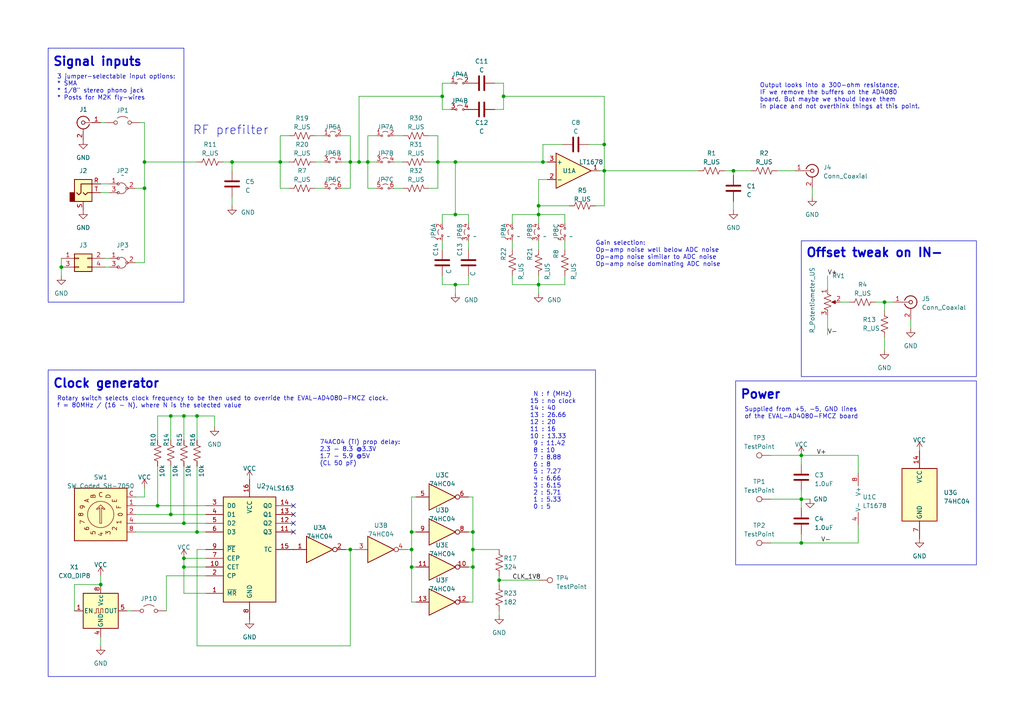
<source format=kicad_sch>
(kicad_sch (version 20231120) (generator "eeschema") (generator_version "8.0")
  (paper "A4")
  (lib_symbols
    (symbol "74xx:74HC04"
      (property "Reference" "U" (at 0 1.27 0))
      (property "Value" "74HC04" (at 0 -1.27 0))
      (symbol "74HC04_1_0"
        (pin input line (at -7.62 0 0) (length 3.81) (name "~") (number "1"))
        (pin output inverted (at 7.62 0 180) (length 3.81) (name "~") (number "2"))
      )
      (symbol "74HC04_2_0"
        (pin input line (at -7.62 0 0) (length 3.81) (name "~") (number "3"))
        (pin output inverted (at 7.62 0 180) (length 3.81) (name "~") (number "4"))
      )
      (symbol "74HC04_3_0"
        (pin input line (at -7.62 0 0) (length 3.81) (name "~") (number "5"))
        (pin output inverted (at 7.62 0 180) (length 3.81) (name "~") (number "6"))
      )
      (symbol "74HC04_4_0"
        (pin output inverted (at 7.62 0 180) (length 3.81) (name "~") (number "8"))
        (pin input line (at -7.62 0 0) (length 3.81) (name "~") (number "9"))
      )
      (symbol "74HC04_5_0"
        (pin output inverted (at 7.62 0 180) (length 3.81) (name "~") (number "10"))
        (pin input line (at -7.62 0 0) (length 3.81) (name "~") (number "11"))
      )
      (symbol "74HC04_6_0"
        (pin output inverted (at 7.62 0 180) (length 3.81) (name "~") (number "12"))
        (pin input line (at -7.62 0 0) (length 3.81) (name "~") (number "13"))
      )
      (symbol "74HC04_7_0"
        (pin power_in line (at 0 12.7 270) (length 5.08) (name "VCC") (number "14"))
        (pin power_in line (at 0 -12.7 90) (length 5.08) (name "GND") (number "7"))
      )
    )
    (symbol "74xx:74LS163" (pin_names (offset 1.016))
      (property "Reference" "U" (at -7.62 16.51 0))
      (property "Value" "74LS163" (at -7.62 -16.51 0))
      (symbol "74LS163_1_0"
        (pin input line (at -12.7 -12.7 0) (length 5.08) (name "~{MR}") (number "1"))
        (pin input line (at -12.7 -5.08 0) (length 5.08) (name "CET") (number "10"))
        (pin output line (at 12.7 5.08 180) (length 5.08) (name "Q3") (number "11"))
        (pin output line (at 12.7 7.62 180) (length 5.08) (name "Q2") (number "12"))
        (pin output line (at 12.7 10.16 180) (length 5.08) (name "Q1") (number "13"))
        (pin output line (at 12.7 12.7 180) (length 5.08) (name "Q0") (number "14"))
        (pin output line (at 12.7 0 180) (length 5.08) (name "TC") (number "15"))
        (pin power_in line (at 0 20.32 270) (length 5.08) (name "VCC") (number "16"))
        (pin input line (at -12.7 -7.62 0) (length 5.08) (name "CP") (number "2"))
        (pin input line (at -12.7 12.7 0) (length 5.08) (name "D0") (number "3"))
        (pin input line (at -12.7 10.16 0) (length 5.08) (name "D1") (number "4"))
        (pin input line (at -12.7 7.62 0) (length 5.08) (name "D2") (number "5"))
        (pin input line (at -12.7 5.08 0) (length 5.08) (name "D3") (number "6"))
        (pin input line (at -12.7 -2.54 0) (length 5.08) (name "CEP") (number "7"))
        (pin power_in line (at 0 -20.32 90) (length 5.08) (name "GND") (number "8"))
        (pin input line (at -12.7 0 0) (length 5.08) (name "~{PE}") (number "9"))
      )
    )
    (symbol "Amplifier_Operational:LM358" (pin_names (offset 0.127))
      (property "Reference" "U" (at 0 5.08 0))
      (property "Value" "LM358" (at 0 -5.08 0))
      (symbol "LM358_1_1"
        (pin output line (at 7.62 0 180) (length 2.54) (name "~") (number "1"))
        (pin input line (at -7.62 -2.54 0) (length 2.54) (name "-") (number "2"))
        (pin input line (at -7.62 2.54 0) (length 2.54) (name "+") (number "3"))
      )
      (symbol "LM358_2_1"
        (pin input line (at -7.62 2.54 0) (length 2.54) (name "+") (number "5"))
        (pin input line (at -7.62 -2.54 0) (length 2.54) (name "-") (number "6"))
        (pin output line (at 7.62 0 180) (length 2.54) (name "~") (number "7"))
      )
      (symbol "LM358_3_1"
        (pin power_in line (at -2.54 -7.62 90) (length 3.81) (name "V-") (number "4"))
        (pin power_in line (at -2.54 7.62 270) (length 3.81) (name "V+") (number "8"))
      )
    )
    (symbol "Connector:Conn_Coaxial" (pin_names (offset 1.016) hide)
      (property "Reference" "J" (at 0.254 3.048 0))
      (property "Value" "Conn_Coaxial" (at 2.921 0 90))
      (symbol "Conn_Coaxial_1_1"
        (pin passive line (at -5.08 0 0) (length 2.54) (name "In") (number "1"))
        (pin passive line (at 0 -5.08 90) (length 2.54) (name "Ext") (number "2"))
      )
    )
    (symbol "Connector:TestPoint" (pin_numbers hide) (pin_names (offset 0.762) hide)
      (property "Reference" "TP" (at 0 6.858 0))
      (property "Value" "TestPoint" (at 0 5.08 0))
      (symbol "TestPoint_1_1"
        (pin passive line (at 0 0 90) (length 2.54) (name "1") (number "1"))
      )
    )
    (symbol "Connector_Generic:Conn_02x02_Odd_Even" (pin_names (offset 1.016) hide)
      (property "Reference" "J" (at 1.27 2.54 0))
      (property "Value" "Conn_02x02_Odd_Even" (at 1.27 -5.08 0))
      (symbol "Conn_02x02_Odd_Even_1_1"
        (pin passive line (at -5.08 0 0) (length 3.81) (name "Pin_1") (number "1"))
        (pin passive line (at 7.62 0 180) (length 3.81) (name "Pin_2") (number "2"))
        (pin passive line (at -5.08 -2.54 0) (length 3.81) (name "Pin_3") (number "3"))
        (pin passive line (at 7.62 -2.54 180) (length 3.81) (name "Pin_4") (number "4"))
      )
    )
    (symbol "Device:C" (pin_numbers hide) (pin_names (offset 0.254))
      (property "Reference" "C" (at 0.635 2.54 0))
      (property "Value" "C" (at 0.635 -2.54 0))
      (symbol "C_1_1"
        (pin passive line (at 0 3.81 270) (length 2.794) (name "~") (number "1"))
        (pin passive line (at 0 -3.81 90) (length 2.794) (name "~") (number "2"))
      )
    )
    (symbol "Device:R_Potentiometer_US" (pin_names (offset 1.016) hide)
      (property "Reference" "RV" (at -4.445 0 90))
      (property "Value" "R_Potentiometer_US" (at -2.54 0 90))
      (symbol "R_Potentiometer_US_1_1"
        (pin passive line (at 0 3.81 270) (length 1.27) (name "1") (number "1"))
        (pin passive line (at 3.81 0 180) (length 1.27) (name "2") (number "2"))
        (pin passive line (at 0 -3.81 90) (length 1.27) (name "3") (number "3"))
      )
    )
    (symbol "Device:R_US" (pin_numbers hide) (pin_names (offset 0))
      (property "Reference" "R" (at 2.54 0 90))
      (property "Value" "R_US" (at -2.54 0 90))
      (symbol "R_US_1_1"
        (pin passive line (at 0 3.81 270) (length 1.27) (name "~") (number "1"))
        (pin passive line (at 0 -3.81 90) (length 1.27) (name "~") (number "2"))
      )
    )
    (symbol "FTC2024:Jumper3"
      (property "Reference" "JP" (at 0.254 5.08 0))
      (symbol "Jumper3_1_1"
        (pin input line (at -3.81 1.27 0) (length 2.54) (name "") (number "1"))
        (pin input line (at 3.81 0 180) (length 2.54) (name "") (number "2"))
        (pin input line (at -3.81 -1.27 0) (length 2.54) (name "") (number "3"))
      )
    )
    (symbol "FTC2024:JumperBlock_2x2"
      (property "Reference" "JP" (at 0 5.334 0))
      (symbol "JumperBlock_2x2_1_1"
        (pin passive line (at -2.54 0 0) (length 1.27) (name "") (number "1"))
        (pin passive line (at 2.54 0 180) (length 1.27) (name "") (number "2"))
      )
      (symbol "JumperBlock_2x2_2_1"
        (pin passive line (at -2.54 0 0) (length 1.27) (name "") (number "3"))
        (pin passive line (at 2.54 0 180) (length 1.27) (name "") (number "4"))
      )
    )
    (symbol "FTC2024:JumperBlock_3x2"
      (property "Reference" "JP" (at 0 5.334 0))
      (symbol "JumperBlock_3x2_1_1"
        (pin passive line (at -2.54 0 0) (length 1.27) (name "") (number "1"))
        (pin passive line (at 2.54 0 180) (length 1.27) (name "") (number "2"))
      )
      (symbol "JumperBlock_3x2_2_1"
        (pin passive line (at -2.54 0 0) (length 1.27) (name "") (number "3"))
        (pin passive line (at 2.54 0 180) (length 1.27) (name "") (number "4"))
      )
      (symbol "JumperBlock_3x2_3_1"
        (pin passive line (at -2.54 0 0) (length 1.27) (name "") (number "5"))
        (pin passive line (at 2.54 0 180) (length 1.27) (name "") (number "6"))
      )
    )
    (symbol "Jumper:Jumper_2_Open" (pin_numbers hide) (pin_names (offset 0) hide) (exclude_from_sim yes)
      (property "Reference" "JP" (at 0 2.794 0))
      (property "Value" "Jumper_2_Open" (at 0 -2.286 0))
      (symbol "Jumper_2_Open_1_1"
        (pin passive line (at -5.08 0 0) (length 2.54) (name "A") (number "1"))
        (pin passive line (at 5.08 0 180) (length 2.54) (name "B") (number "2"))
      )
    )
    (symbol "Oscillator:CXO_DIP8" (pin_names (offset 0.254))
      (property "Reference" "X" (at -5.08 6.35 0))
      (property "Value" "CXO_DIP8" (at 1.27 -6.35 0))
      (symbol "CXO_DIP8_1_1"
        (pin input line (at -7.62 0 0) (length 2.54) (name "EN") (number "1"))
        (pin power_in line (at 0 -7.62 90) (length 2.54) (name "GND") (number "4"))
        (pin output line (at 7.62 0 180) (length 2.54) (name "OUT") (number "5"))
        (pin power_in line (at 0 7.62 270) (length 2.54) (name "Vcc") (number "8"))
      )
    )
    (symbol "Switch:SW_Coded_SH-7050" (pin_names hide)
      (property "Reference" "SW" (at -7.62 8.89 0))
      (property "Value" "SW_Coded_SH-7050" (at -7.62 -8.89 0))
      (symbol "SW_Coded_SH-7050_0_0"
        (text "0" (at 5.715 0 2700) (effects (font (size 1.27 1.27))))
        (text "1" (at 5.2832 -2.1844 2475) (effects (font (size 1.27 1.27))))
        (text "2" (at 4.0386 -4.0386 2250) (effects (font (size 1.27 1.27))))
        (text "3" (at 2.1844 -5.2832 2025) (effects (font (size 1.27 1.27))))
        (text "4" (at 0 -5.715 1800) (effects (font (size 1.27 1.27))))
        (text "5" (at -2.1844 -5.2832 1575) (effects (font (size 1.27 1.27))))
        (text "6" (at -4.0386 -4.0386 1350) (effects (font (size 1.27 1.27))))
        (text "7" (at -5.2832 -2.1844 1125) (effects (font (size 1.27 1.27))))
        (text "8" (at -5.715 0 900) (effects (font (size 1.27 1.27))))
        (text "9" (at -5.2832 2.1844 675) (effects (font (size 1.27 1.27))))
        (text "A" (at -4.0386 4.0386 450) (effects (font (size 1.27 1.27))))
        (text "B" (at -2.1844 5.2832 225) (effects (font (size 1.27 1.27))))
        (text "C" (at 0 5.715 0) (effects (font (size 1.27 1.27))))
        (text "D" (at 2.1844 5.2832 3375) (effects (font (size 1.27 1.27))))
        (text "E" (at 4.0386 4.0386 3150) (effects (font (size 1.27 1.27))))
        (text "F" (at 5.2832 2.1844 2925) (effects (font (size 1.27 1.27))))
      )
      (symbol "SW_Coded_SH-7050_1_1"
        (pin passive line (at 10.16 2.54 180) (length 2.54) (name "1") (number "1"))
        (pin passive line (at 10.16 0 180) (length 2.54) (name "2") (number "2"))
        (pin passive line (at 10.16 -2.54 180) (length 2.54) (name "4") (number "4"))
        (pin passive line (at 10.16 -5.08 180) (length 2.54) (name "8") (number "8"))
        (pin passive line (at 10.16 5.08 180) (length 2.54) (name "C") (number "C"))
      )
    )
    (symbol "power:GND" (power) (pin_names (offset 0))
      (property "Value" "GND" (at 0 -3.81 0))
      (symbol "GND_1_1"
        (pin power_in line (at 0 0 270) (length 0) hide (name "GND") (number "1"))
      )
    )
    (symbol "power:VCC" (power) (pin_names (offset 0))
      (property "Value" "VCC" (at 0 3.81 0))
      (symbol "VCC_1_1"
        (pin power_in line (at 0 0 90) (length 0) hide (name "VCC") (number "1"))
      )
    )
    (symbol "thoren_custom:AudioJack2_Ground"
      (property "Reference" "J" (at 0 8.89 0))
      (property "Value" "AudioJack2_Ground" (at 0 6.35 0))
      (symbol "AudioJack2_Ground_1_1"
        (pin passive line (at 5.08 2.54 180) (length 2.54) (name "~") (number "R"))
        (pin passive line (at 0 -5.08 90) (length 2.54) (name "~") (number "S"))
        (pin passive line (at 5.08 0 180) (length 2.54) (name "~") (number "T"))
      )
    )
  )
  (junction (at 106.68 46.99))
  (junction (at 29.21 169.545))
  (junction (at 119.38 164.465))
  (junction (at 101.6 46.99))
  (junction (at 315.595 118.745))
  (junction (at 132.08 46.99))
  (junction (at 175.26 49.53))
  (junction (at 156.21 59.69))
  (junction (at 157.48 46.99))
  (junction (at 119.38 154.305))
  (junction (at 132.08 62.23))
  (junction (at 232.41 144.78))
  (junction (at 57.15 120.65))
  (junction (at 256.54 87.63))
  (junction (at 17.78 77.47))
  (junction (at 49.53 120.65))
  (junction (at 352.425 121.285))
  (junction (at 53.34 120.65))
  (junction (at 53.34 151.765))
  (junction (at 81.28 46.99))
  (junction (at 144.78 168.275))
  (junction (at 101.6 159.385))
  (junction (at 146.05 27.94))
  (junction (at 67.31 46.99))
  (junction (at 212.725 49.53))
  (junction (at 57.15 154.305))
  (junction (at 334.645 118.745))
  (junction (at 53.34 161.925))
  (junction (at 132.08 82.55))
  (junction (at 127 46.99))
  (junction (at 45.72 146.685))
  (junction (at 137.16 154.305))
  (junction (at 119.38 159.385))
  (junction (at 156.21 82.55))
  (junction (at 232.41 132.08))
  (junction (at 175.26 41.91))
  (junction (at 137.16 164.465))
  (junction (at 53.34 164.465))
  (junction (at 128.27 27.94))
  (junction (at 156.21 62.23))
  (junction (at 41.91 54.61))
  (junction (at 41.91 46.99))
  (junction (at 104.14 46.99))
  (junction (at 137.16 159.385))
  (junction (at 232.41 157.48))
  (junction (at 49.53 149.225))
  (no_connect (at 85.09 151.765))
  (no_connect (at 85.09 154.305))
  (no_connect (at 85.09 149.225))
  (no_connect (at 85.09 146.685))
  (wire (pts (xy 163.83 82.55) (xy 156.21 82.55)))
  (wire (pts (xy 128.27 31.75) (xy 130.81 31.75)))
  (wire (pts (xy 29.21 35.56) (xy 30.48 35.56)))
  (wire (pts (xy 101.6 46.99) (xy 104.14 46.99)))
  (wire (pts (xy 40.64 35.56) (xy 41.91 35.56)))
  (wire (pts (xy 36.83 177.165) (xy 38.1 177.165)))
  (wire (pts (xy 31.75 74.93) (xy 30.48 74.93)))
  (wire (pts (xy 352.425 114.3) (xy 352.425 121.285)))
  (wire (pts (xy 158.75 52.07) (xy 156.21 52.07)))
  (wire (pts (xy 232.41 157.48) (xy 223.52 157.48)))
  (wire (pts (xy 119.38 154.305) (xy 119.38 144.145)))
  (wire (pts (xy 175.26 49.53) (xy 202.565 49.53)))
  (wire (pts (xy 334.645 114.3) (xy 334.645 118.745)))
  (wire (pts (xy 114.3 46.99) (xy 116.84 46.99)))
  (wire (pts (xy 333.375 123.825) (xy 335.915 123.825)))
  (wire (pts (xy 163.83 64.77) (xy 163.83 62.23)))
  (wire (pts (xy 119.38 174.625) (xy 119.38 164.465)))
  (wire (pts (xy 146.05 27.94) (xy 175.26 27.94)))
  (wire (pts (xy 264.16 92.71) (xy 264.16 95.25)))
  (wire (pts (xy 315.595 118.745) (xy 315.595 122.555)))
  (wire (pts (xy 351.155 121.285) (xy 352.425 121.285)))
  (wire (pts (xy 59.69 154.305) (xy 57.15 154.305)))
  (wire (pts (xy 156.21 69.85) (xy 156.21 72.39)))
  (wire (pts (xy 41.91 141.605) (xy 41.91 144.145)))
  (wire (pts (xy 163.83 69.85) (xy 163.83 72.39)))
  (wire (pts (xy 248.92 152.4) (xy 248.92 157.48)))
  (wire (pts (xy 91.44 54.61) (xy 93.98 54.61)))
  (wire (pts (xy 128.27 82.55) (xy 132.08 82.55)))
  (wire (pts (xy 232.41 132.08) (xy 232.41 134.62)))
  (wire (pts (xy 21.59 177.165) (xy 21.59 169.545)))
  (wire (pts (xy 144.78 168.275) (xy 144.78 169.545)))
  (wire (pts (xy 156.21 59.69) (xy 165.1 59.69)))
  (wire (pts (xy 91.44 39.37) (xy 93.98 39.37)))
  (wire (pts (xy 234.95 144.78) (xy 232.41 144.78)))
  (wire (pts (xy 127 46.99) (xy 127 54.61)))
  (wire (pts (xy 45.72 135.255) (xy 45.72 146.685)))
  (wire (pts (xy 347.345 114.3) (xy 352.425 114.3)))
  (wire (pts (xy 135.89 64.77) (xy 135.89 62.23)))
  (wire (pts (xy 146.05 24.13) (xy 146.05 27.94)))
  (wire (pts (xy 369.57 133.985) (xy 369.57 139.065)))
  (wire (pts (xy 132.08 46.99) (xy 132.08 62.23)))
  (wire (pts (xy 45.72 146.685) (xy 59.69 146.685)))
  (wire (pts (xy 156.21 52.07) (xy 156.21 59.69)))
  (wire (pts (xy 256.54 97.79) (xy 256.54 101.6)))
  (wire (pts (xy 104.14 27.94) (xy 128.27 27.94)))
  (wire (pts (xy 83.82 39.37) (xy 81.28 39.37)))
  (wire (pts (xy 137.16 144.145) (xy 137.16 154.305)))
  (wire (pts (xy 41.91 144.145) (xy 39.37 144.145)))
  (wire (pts (xy 137.16 164.465) (xy 137.16 174.625)))
  (wire (pts (xy 232.41 154.94) (xy 232.41 157.48)))
  (wire (pts (xy 132.08 85.09) (xy 132.08 82.55)))
  (wire (pts (xy 81.28 46.99) (xy 81.28 54.61)))
  (wire (pts (xy 59.69 172.085) (xy 53.34 172.085)))
  (wire (pts (xy 148.59 80.01) (xy 148.59 82.55)))
  (wire (pts (xy 49.53 120.65) (xy 49.53 127.635)))
  (wire (pts (xy 62.23 120.65) (xy 57.15 120.65)))
  (wire (pts (xy 106.68 46.99) (xy 109.22 46.99)))
  (wire (pts (xy 256.54 87.63) (xy 254 87.63)))
  (wire (pts (xy 127 46.99) (xy 132.08 46.99)))
  (wire (pts (xy 175.26 49.53) (xy 175.26 59.69)))
  (wire (pts (xy 59.69 161.925) (xy 53.34 161.925)))
  (wire (pts (xy 364.49 121.285) (xy 369.57 121.285)))
  (wire (pts (xy 148.59 64.77) (xy 148.59 62.23)))
  (wire (pts (xy 101.6 54.61) (xy 101.6 46.99)))
  (wire (pts (xy 157.48 41.91) (xy 163.195 41.91)))
  (wire (pts (xy 144.78 167.005) (xy 144.78 168.275)))
  (wire (pts (xy 53.34 164.465) (xy 53.34 172.085)))
  (wire (pts (xy 67.31 46.99) (xy 67.31 49.53)))
  (wire (pts (xy 91.44 46.99) (xy 93.98 46.99)))
  (wire (pts (xy 101.6 159.385) (xy 102.87 159.385)))
  (wire (pts (xy 157.48 46.99) (xy 158.75 46.99)))
  (wire (pts (xy 120.65 174.625) (xy 119.38 174.625)))
  (wire (pts (xy 135.89 80.01) (xy 135.89 82.55)))
  (wire (pts (xy 148.59 82.55) (xy 156.21 82.55)))
  (wire (pts (xy 232.41 132.08) (xy 248.92 132.08)))
  (wire (pts (xy 106.68 54.61) (xy 109.22 54.61)))
  (wire (pts (xy 39.37 54.61) (xy 41.91 54.61)))
  (wire (pts (xy 119.38 154.305) (xy 120.65 154.305)))
  (wire (pts (xy 104.14 27.94) (xy 104.14 46.99)))
  (wire (pts (xy 57.15 135.255) (xy 57.15 154.305)))
  (wire (pts (xy 45.72 127.635) (xy 45.72 120.65)))
  (wire (pts (xy 48.26 167.005) (xy 59.69 167.005)))
  (wire (pts (xy 17.78 77.47) (xy 17.78 80.01)))
  (wire (pts (xy 144.78 177.165) (xy 144.78 178.435)))
  (wire (pts (xy 49.53 135.255) (xy 49.53 149.225)))
  (wire (pts (xy 334.645 114.3) (xy 339.725 114.3)))
  (wire (pts (xy 156.21 59.69) (xy 156.21 62.23)))
  (wire (pts (xy 128.27 24.13) (xy 128.27 27.94)))
  (wire (pts (xy 106.68 46.99) (xy 106.68 54.61)))
  (wire (pts (xy 137.16 159.385) (xy 137.16 164.465)))
  (wire (pts (xy 148.59 62.23) (xy 156.21 62.23)))
  (wire (pts (xy 130.81 24.13) (xy 128.27 24.13)))
  (wire (pts (xy 232.41 157.48) (xy 248.92 157.48)))
  (wire (pts (xy 175.26 41.91) (xy 175.26 27.94)))
  (wire (pts (xy 53.34 151.765) (xy 59.69 151.765)))
  (wire (pts (xy 146.05 27.94) (xy 146.05 31.75)))
  (wire (pts (xy 232.41 132.08) (xy 223.52 132.08)))
  (wire (pts (xy 31.75 55.88) (xy 29.21 55.88)))
  (wire (pts (xy 114.3 54.61) (xy 116.84 54.61)))
  (wire (pts (xy 128.27 82.55) (xy 128.27 80.01)))
  (wire (pts (xy 132.08 62.23) (xy 128.27 62.23)))
  (wire (pts (xy 135.89 154.305) (xy 137.16 154.305)))
  (wire (pts (xy 163.83 62.23) (xy 156.21 62.23)))
  (wire (pts (xy 143.51 24.13) (xy 146.05 24.13)))
  (wire (pts (xy 29.21 184.785) (xy 29.21 187.325)))
  (wire (pts (xy 132.08 46.99) (xy 157.48 46.99)))
  (wire (pts (xy 132.08 82.55) (xy 135.89 82.55)))
  (wire (pts (xy 313.055 118.745) (xy 315.595 118.745)))
  (wire (pts (xy 325.755 118.745) (xy 334.645 118.745)))
  (wire (pts (xy 324.485 123.825) (xy 324.485 125.095)))
  (wire (pts (xy 210.185 49.53) (xy 212.725 49.53)))
  (wire (pts (xy 67.31 59.69) (xy 67.31 57.15)))
  (wire (pts (xy 334.645 118.745) (xy 335.915 118.745)))
  (wire (pts (xy 49.53 149.225) (xy 59.69 149.225)))
  (wire (pts (xy 144.78 168.275) (xy 156.21 168.275)))
  (wire (pts (xy 41.91 54.61) (xy 41.91 76.2)))
  (wire (pts (xy 39.37 146.685) (xy 45.72 146.685)))
  (wire (pts (xy 212.725 58.42) (xy 212.725 60.96)))
  (wire (pts (xy 137.16 174.625) (xy 135.89 174.625)))
  (wire (pts (xy 235.585 54.61) (xy 235.585 57.15)))
  (wire (pts (xy 53.34 164.465) (xy 59.69 164.465)))
  (wire (pts (xy 99.06 39.37) (xy 101.6 39.37)))
  (wire (pts (xy 315.595 118.745) (xy 318.135 118.745)))
  (wire (pts (xy 39.37 149.225) (xy 49.53 149.225)))
  (wire (pts (xy 48.26 167.005) (xy 48.26 177.165)))
  (wire (pts (xy 135.89 144.145) (xy 137.16 144.145)))
  (wire (pts (xy 135.89 164.465) (xy 137.16 164.465)))
  (wire (pts (xy 104.14 46.99) (xy 106.68 46.99)))
  (wire (pts (xy 175.26 41.91) (xy 175.26 49.53)))
  (wire (pts (xy 259.08 87.63) (xy 256.54 87.63)))
  (wire (pts (xy 53.34 161.925) (xy 53.34 164.465)))
  (wire (pts (xy 127 46.99) (xy 124.46 46.99)))
  (wire (pts (xy 248.92 137.16) (xy 248.92 132.08)))
  (wire (pts (xy 232.41 142.24) (xy 232.41 144.78)))
  (wire (pts (xy 223.52 144.78) (xy 232.41 144.78)))
  (wire (pts (xy 45.72 120.65) (xy 49.53 120.65)))
  (wire (pts (xy 232.41 144.78) (xy 232.41 147.32)))
  (wire (pts (xy 81.28 46.99) (xy 83.82 46.99)))
  (wire (pts (xy 39.37 76.2) (xy 41.91 76.2)))
  (wire (pts (xy 53.34 120.65) (xy 53.34 127.635)))
  (wire (pts (xy 369.57 121.285) (xy 369.57 126.365)))
  (wire (pts (xy 304.165 118.745) (xy 305.435 118.745)))
  (wire (pts (xy 21.59 169.545) (xy 29.21 169.545)))
  (wire (pts (xy 120.65 164.465) (xy 119.38 164.465)))
  (wire (pts (xy 175.26 59.69) (xy 172.72 59.69)))
  (wire (pts (xy 53.34 120.65) (xy 57.15 120.65)))
  (wire (pts (xy 57.15 187.325) (xy 101.6 187.325)))
  (wire (pts (xy 173.99 49.53) (xy 175.26 49.53)))
  (wire (pts (xy 127 39.37) (xy 127 46.99)))
  (wire (pts (xy 39.37 151.765) (xy 53.34 151.765)))
  (wire (pts (xy 119.38 144.145) (xy 120.65 144.145)))
  (wire (pts (xy 163.83 80.01) (xy 163.83 82.55)))
  (wire (pts (xy 31.75 77.47) (xy 30.48 77.47)))
  (wire (pts (xy 81.28 39.37) (xy 81.28 46.99)))
  (wire (pts (xy 137.16 159.385) (xy 137.16 154.305)))
  (wire (pts (xy 101.6 39.37) (xy 101.6 46.99)))
  (wire (pts (xy 101.6 159.385) (xy 100.33 159.385)))
  (wire (pts (xy 352.425 121.285) (xy 356.87 121.285)))
  (wire (pts (xy 118.11 159.385) (xy 119.38 159.385)))
  (wire (pts (xy 240.03 91.44) (xy 240.03 97.155)))
  (wire (pts (xy 57.15 120.65) (xy 57.15 127.635)))
  (wire (pts (xy 67.31 46.99) (xy 81.28 46.99)))
  (wire (pts (xy 41.91 35.56) (xy 41.91 46.99)))
  (wire (pts (xy 156.21 85.09) (xy 156.21 82.55)))
  (wire (pts (xy 243.84 87.63) (xy 246.38 87.63)))
  (wire (pts (xy 41.91 46.99) (xy 57.15 46.99)))
  (wire (pts (xy 99.06 46.99) (xy 101.6 46.99)))
  (wire (pts (xy 39.37 154.305) (xy 57.15 154.305)))
  (wire (pts (xy 17.78 74.93) (xy 17.78 77.47)))
  (wire (pts (xy 49.53 120.65) (xy 53.34 120.65)))
  (wire (pts (xy 256.54 87.63) (xy 256.54 90.17)))
  (wire (pts (xy 62.23 120.65) (xy 62.23 123.825)))
  (wire (pts (xy 325.755 123.825) (xy 324.485 123.825)))
  (wire (pts (xy 128.27 27.94) (xy 128.27 31.75)))
  (wire (pts (xy 157.48 41.91) (xy 157.48 46.99)))
  (wire (pts (xy 119.38 164.465) (xy 119.38 159.385)))
  (wire (pts (xy 212.725 49.53) (xy 217.805 49.53)))
  (wire (pts (xy 119.38 159.385) (xy 119.38 154.305)))
  (wire (pts (xy 64.77 46.99) (xy 67.31 46.99)))
  (wire (pts (xy 156.21 62.23) (xy 156.21 64.77)))
  (wire (pts (xy 114.3 39.37) (xy 116.84 39.37)))
  (wire (pts (xy 83.82 54.61) (xy 81.28 54.61)))
  (wire (pts (xy 240.03 80.01) (xy 240.03 83.82)))
  (wire (pts (xy 212.725 49.53) (xy 212.725 50.8)))
  (wire (pts (xy 170.815 41.91) (xy 175.26 41.91)))
  (wire (pts (xy 124.46 39.37) (xy 127 39.37)))
  (wire (pts (xy 41.91 46.99) (xy 41.91 54.61)))
  (wire (pts (xy 137.16 159.385) (xy 144.78 159.385)))
  (wire (pts (xy 57.15 159.385) (xy 57.15 187.325)))
  (wire (pts (xy 99.06 54.61) (xy 101.6 54.61)))
  (wire (pts (xy 124.46 54.61) (xy 127 54.61)))
  (wire (pts (xy 146.05 31.75) (xy 143.51 31.75)))
  (wire (pts (xy 156.21 82.55) (xy 156.21 80.01)))
  (wire (pts (xy 59.69 159.385) (xy 57.15 159.385)))
  (wire (pts (xy 315.595 130.175) (xy 315.595 132.715)))
  (wire (pts (xy 29.21 167.005) (xy 29.21 169.545)))
  (wire (pts (xy 225.425 49.53) (xy 230.505 49.53)))
  (wire (pts (xy 128.27 62.23) (xy 128.27 64.77)))
  (wire (pts (xy 106.68 39.37) (xy 106.68 46.99)))
  (wire (pts (xy 106.68 39.37) (xy 109.22 39.37)))
  (wire (pts (xy 53.34 135.255) (xy 53.34 151.765)))
  (wire (pts (xy 135.89 69.85) (xy 135.89 72.39)))
  (wire (pts (xy 128.27 69.85) (xy 128.27 72.39)))
  (wire (pts (xy 148.59 69.85) (xy 148.59 72.39)))
  (wire (pts (xy 31.75 53.34) (xy 29.21 53.34)))
  (wire (pts (xy 132.08 62.23) (xy 135.89 62.23)))
  (wire (pts (xy 101.6 159.385) (xy 101.6 187.325)))
  (rectangle (start 213.36 110.49) (end 283.21 163.83))
  (rectangle (start 232.41 69.85) (end 283.21 109.22))
  (rectangle (start 13.97 13.97) (end 53.34 87.63))
  (rectangle (start 13.97 107.315) (end 172.72 196.215))
  (text "Clock generator" (at 15.24 109.855 0) (effects (font (size 2.54 2.54) (thickness 0.508) (bold yes)) (justify left top)))
  (text "RF prefilter" (at 55.88 39.37 0) (effects (font (size 2.54 2.54)) (justify left bottom)))
  (text "74AC04 (TI) prop delay:\n2.3 - 8.3 @3.3V\n1.7 - 5.9 @5V\n(CL 50 pF)" (at 92.71 135.255 0) (effects (font (size 1.27 1.27)) (justify left bottom)))
  (text "Supplied from +5, -5, GND lines\nof the EVAL-AD4080-FMCZ board" (at 215.9 118.11 0) (effects (font (size 1.27 1.27)) (justify left top)))
  (text " N : f (MHz)\n15 : no clock\n14 : 40\n13 : 26.66\n12 : 20\n11 : 16\n10 : 13.33\n 9 : 11.42\n 8 : 10\n 7 : 8.88\n 6 : 8\n 5 : 7.27\n 4 : 6.66\n 3 : 6.15\n 2 : 5.71\n 1 : 5.33\n 0 : 5" (at 153.67 113.665 0) (effects (font (size 1.27 1.27)) (justify left top)))
  (text "3 jumper-selectable input options:\n* SMA\n* 1/8\" stereo phono jack\n* Posts for M2K fly-wires" (at 16.51 21.59 0) (effects (font (size 1.27 1.27)) (justify left top)))
  (text "Output looks into a 300-ohm resistance,\nIF we remove the buffers on the AD4080\nboard. But maybe we should leave them\nin place and not overthink things at this point." (at 220.345 31.75 0) (effects (font (size 1.27 1.27)) (justify left bottom)))
  (text "Signal inputs" (at 15.24 16.51 0) (effects (font (size 2.54 2.54) (thickness 0.508) (bold yes)) (justify left top)))
  (text "Offset tweak on IN-" (at 233.68 74.93 0) (effects (font (size 2.54 2.54) (thickness 0.508) (bold yes)) (justify left bottom)))
  (text "Rotary switch selects clock frequency to be then used to override the EVAL-AD4080-FMCZ clock.\nf = 80MHz / (16 - N), where N is the selected value" (at 16.51 114.935 0) (effects (font (size 1.27 1.27)) (justify left top)))
  (text "Artifact from handy preamp board.\nWe might switch to a single op-amp." (at 321.31 108.585 0) (effects (font (size 1.27 1.27)) (justify left bottom)))
  (text "Gain selection:\nOp-amp noise well below ADC noise\nOp-amp noise similar to ADC noise\nOp-amp noise dominating ADC noise" (at 172.72 77.47 0) (effects (font (size 1.27 1.27)) (justify left bottom)))
  (text "Power" (at 214.63 113.03 0) (effects (font (size 2.54 2.54) (thickness 0.508) (bold yes)) (justify left top)))
  (label "V+" (at 240.03 80.01 0))
  (label "V+" (at 236.855 132.08 0))
  (label "CLK_1V8" (at 148.59 168.275 0))
  (label "V-" (at 240.03 97.155 0))
  (label "V-" (at 238.125 157.48 0))
  (symbol (lib_id "FTC2024:JumperBlock_3x2") (at 148.59 67.31 90) (unit 1)
    (property "Reference" "JP8" (at 146.05 64.77 0) (effects (justify right)))
    (property "Value" "~" (at 149.86 68.58 90) (effects (justify right)))
    (property "Footprint" "Connector_PinHeader_2.54mm:PinHeader_2x03_P2.54mm_Vertical" (effects (hide yes)))
  )
  (symbol (lib_id "Device:R_US") (at 321.945 118.745 90) (unit 1) (exclude_from_sim yes) (in_bom no) (on_board no) (dnp yes)
    (property "Reference" "R9" (at 321.945 113.665 90))
    (property "Value" "R_US" (at 321.945 116.205 90))
    (property "Footprint" "Resistor_THT:R_Axial_DIN0207_L6.3mm_D2.5mm_P10.16mm_Horizontal" (effects (hide yes)))
  )
  (symbol (lib_id "Device:R_US") (at 57.15 131.445 180) (unit 1)
    (property "Reference" "R16" (at 55.88 129.54 90) (effects (justify right)))
    (property "Value" "10k" (at 58.42 138.43 90) (effects (justify right)))
    (property "Footprint" "Resistor_THT:R_Axial_DIN0207_L6.3mm_D2.5mm_P10.16mm_Horizontal" (effects (hide yes)))
  )
  (symbol (lib_id "Device:R_US") (at 120.65 46.99 270) (mirror x) (unit 1)
    (property "Reference" "R31" (at 120.65 41.91 90))
    (property "Value" "R_US" (at 120.65 44.45 90))
    (property "Footprint" "Resistor_THT:R_Axial_DIN0207_L6.3mm_D2.5mm_P10.16mm_Horizontal" (effects (hide yes)))
  )
  (symbol (lib_id "Device:R_US") (at 49.53 131.445 180) (unit 1)
    (property "Reference" "R14" (at 48.26 129.54 90) (effects (justify right)))
    (property "Value" "10k" (at 50.8 138.43 90) (effects (justify right)))
    (property "Footprint" "Resistor_THT:R_Axial_DIN0207_L6.3mm_D2.5mm_P10.16mm_Horizontal" (effects (hide yes)))
  )
  (symbol (lib_id "Device:C") (at 212.725 54.61 0) (unit 1)
    (property "Reference" "C1" (at 216.535 53.975 0) (effects (justify left)))
    (property "Value" "C" (at 216.535 56.515 0) (effects (justify left)))
    (property "Footprint" "Capacitor_THT:C_Rect_L7.2mm_W2.5mm_P5.00mm_FKS2_FKP2_MKS2_MKP2" (effects (hide yes)))
  )
  (symbol (lib_id "Device:R_US") (at 144.78 163.195 180) (unit 1)
    (property "Reference" "R17" (at 146.05 161.925 0) (effects (justify right)))
    (property "Value" "324" (at 146.05 164.465 0) (effects (justify right)))
    (property "Footprint" "Resistor_THT:R_Axial_DIN0207_L6.3mm_D2.5mm_P10.16mm_Horizontal" (effects (hide yes)))
  )
  (symbol (lib_id "Device:C") (at 232.41 151.13 0) (unit 1)
    (property "Reference" "C4" (at 236.22 150.495 0) (effects (justify left)))
    (property "Value" "1.0uF" (at 236.22 153.035 0) (effects (justify left)))
    (property "Footprint" "Capacitor_THT:C_Rect_L7.2mm_W2.5mm_P5.00mm_FKS2_FKP2_MKS2_MKP2" (effects (hide yes)))
  )
  (symbol (lib_id "Connector:Conn_Coaxial") (at 235.585 49.53 0) (unit 1)
    (property "Reference" "J4" (at 238.76 48.5531 0) (effects (justify left)))
    (property "Value" "Conn_Coaxial" (at 238.76 51.0931 0) (effects (justify left)))
    (property "Footprint" "Connector_Coaxial:SMA_Amphenol_132289_EdgeMount" (effects (hide yes)))
    (property "Datasheet" " ~" (effects (hide yes)))
  )
  (symbol (lib_id "Device:R_US") (at 87.63 54.61 90) (unit 1)
    (property "Reference" "R7" (at 87.63 49.53 90))
    (property "Value" "R_US" (at 87.63 52.07 90))
    (property "Footprint" "Resistor_THT:R_Axial_DIN0207_L6.3mm_D2.5mm_P10.16mm_Horizontal" (effects (hide yes)))
  )
  (symbol (lib_id "Connector:TestPoint") (at 223.52 157.48 90) (unit 1)
    (property "Reference" "TP2" (at 220.218 152.4 90))
    (property "Value" "TestPoint" (at 220.218 154.94 90))
    (property "Footprint" "TestPoint:TestPoint_Plated_Hole_D3.0mm" (effects (hide yes)))
  )
  (symbol (lib_id "FTC2024:JumperBlock_3x2") (at 111.76 46.99 0) (unit 2)
    (property "Reference" "JP7" (at 111.76 44.45 0))
    (property "Value" "~" (at 111.76 44.45 0))
    (property "Footprint" "Connector_PinHeader_2.54mm:PinHeader_2x03_P2.54mm_Vertical" (effects (hide yes)))
  )
  (symbol (lib_id "74xx:74HC04") (at 92.71 159.385 0) (unit 1)
    (property "Reference" "U3" (at 92.71 153.035 0))
    (property "Value" "74HC04" (at 92.71 155.575 0))
    (property "Footprint" "Package_DIP:DIP-14_W7.62mm_LongPads" (effects (hide yes)))
    (property "Datasheet" "https://assets.nexperia.com/documents/data-sheet/74HC_HCT04.pdf" (effects (hide yes)))
  )
  (symbol (lib_id "Switch:SW_Coded_SH-7050") (at 29.21 149.225 0) (unit 1)
    (property "Reference" "SW1" (at 29.21 138.43 0))
    (property "Value" "SW_Coded_SH-7050" (at 29.21 140.97 0))
    (property "Footprint" "FTC2024:FD01KR16P" (effects (hide yes)))
    (property "Datasheet" "https://www.nidec-copal-electronics.com/e/catalog/switch/sh-7000.pdf" (effects (hide yes)))
  )
  (symbol (lib_id "power:GND") (at 256.54 101.6 0) (unit 1)
    (property "Reference" "#PWR016" (effects (hide yes)))
    (property "Value" "GND" (at 256.54 106.68 0))
  )
  (symbol (lib_id "Device:R_US") (at 45.72 131.445 180) (unit 1)
    (property "Reference" "R10" (at 44.45 129.54 90) (effects (justify right)))
    (property "Value" "10k" (at 46.99 138.43 90) (effects (justify right)))
    (property "Footprint" "Resistor_THT:R_Axial_DIN0207_L6.3mm_D2.5mm_P10.16mm_Horizontal" (effects (hide yes)))
  )
  (symbol (lib_id "74xx:74LS163") (at 72.39 159.385 0) (unit 1)
    (property "Reference" "U2" (at 74.3459 140.97 0) (effects (justify left)))
    (property "Value" "74LS163" (at 76.835 141.605 0) (effects (justify left)))
    (property "Footprint" "Package_DIP:DIP-16_W7.62mm_LongPads" (effects (hide yes)))
    (property "Datasheet" "http://www.ti.com/lit/gpn/sn74LS163" (effects (hide yes)))
  )
  (symbol (lib_id "power:GND") (at 67.31 59.69 0) (unit 1)
    (property "Reference" "#PWR011" (effects (hide yes)))
    (property "Value" "GND" (at 69.85 61.595 0) (effects (justify left)))
  )
  (symbol (lib_id "power:GND") (at 29.21 187.325 0) (unit 1)
    (property "Reference" "#PWR018" (effects (hide yes)))
    (property "Value" "GND" (at 29.21 192.405 0))
  )
  (symbol (lib_id "Jumper:Jumper_2_Open") (at 35.56 35.56 0) (unit 1) (exclude_from_sim yes)
    (property "Reference" "JP1" (at 35.56 32.004 0))
    (property "Value" "Jumper_2_Open" (effects (hide yes)))
    (property "Footprint" "Connector_PinHeader_2.54mm:PinHeader_1x02_P2.54mm_Vertical" (effects (hide yes)))
    (property "Description" "Jumper, 2-pole, open" (effects (hide yes)))
  )
  (symbol (lib_id "Device:R_US") (at 120.65 39.37 270) (mirror x) (unit 1)
    (property "Reference" "R30" (at 120.65 34.29 90))
    (property "Value" "R_US" (at 120.65 36.83 90))
    (property "Footprint" "Resistor_THT:R_Axial_DIN0207_L6.3mm_D2.5mm_P10.16mm_Horizontal" (effects (hide yes)))
  )
  (symbol (lib_id "74xx:74HC04") (at 128.27 174.625 0) (unit 6)
    (property "Reference" "U3" (at 128.27 168.275 0))
    (property "Value" "74HC04" (at 128.27 170.815 0))
    (property "Footprint" "Package_DIP:DIP-14_W7.62mm_LongPads" (effects (hide yes)))
    (property "Datasheet" "https://assets.nexperia.com/documents/data-sheet/74HC_HCT04.pdf" (effects (hide yes)))
  )
  (symbol (lib_id "power:VCC") (at 266.7 130.81 0) (unit 1)
    (property "Reference" "#PWR019" (effects (hide yes)))
    (property "Value" "VCC" (at 266.7 127.635 0))
  )
  (symbol (lib_id "Device:R_US") (at 309.245 118.745 90) (unit 1) (exclude_from_sim yes) (in_bom no) (on_board no) (dnp yes)
    (property "Reference" "R12" (at 309.245 113.665 90))
    (property "Value" "R_US" (at 309.245 116.205 90))
    (property "Footprint" "Resistor_THT:R_Axial_DIN0207_L6.3mm_D2.5mm_P10.16mm_Horizontal" (effects (hide yes)))
  )
  (symbol (lib_id "Device:R_US") (at 53.34 131.445 180) (unit 1)
    (property "Reference" "R15" (at 52.07 129.54 90) (effects (justify right)))
    (property "Value" "10k" (at 54.61 138.43 90) (effects (justify right)))
    (property "Footprint" "Resistor_THT:R_Axial_DIN0207_L6.3mm_D2.5mm_P10.16mm_Horizontal" (effects (hide yes)))
  )
  (symbol (lib_id "Amplifier_Operational:LM358") (at 343.535 121.285 0) (mirror x) (unit 2) (exclude_from_sim yes) (in_bom no) (dnp yes)
    (property "Reference" "U1" (at 342.265 121.285 0))
    (property "Value" "LT1678" (at 346.075 125.095 0))
    (property "Footprint" "Package_DIP:DIP-8_W7.62mm_LongPads" (effects (hide yes)))
    (property "Datasheet" "http://www.ti.com/lit/ds/symlink/lm2904-n.pdf" (effects (hide yes)))
  )
  (symbol (lib_id "Device:C") (at 343.535 114.3 90) (unit 1) (exclude_from_sim yes) (in_bom no) (on_board no) (dnp yes)
    (property "Reference" "C7" (at 340.36 112.395 90))
    (property "Value" "C" (at 346.71 113.03 90))
    (property "Footprint" "Capacitor_THT:C_Rect_L7.2mm_W2.5mm_P5.00mm_FKS2_FKP2_MKS2_MKP2" (effects (hide yes)))
  )
  (symbol (lib_id "Device:R_US") (at 360.68 121.285 90) (unit 1) (exclude_from_sim yes) (in_bom no) (on_board no) (dnp yes)
    (property "Reference" "R3" (at 360.68 116.205 90))
    (property "Value" "R_US" (at 360.68 118.745 90))
    (property "Footprint" "Resistor_THT:R_Axial_DIN0207_L6.3mm_D2.5mm_P10.16mm_Horizontal" (effects (hide yes)))
  )
  (symbol (lib_id "power:GND") (at 234.95 144.78 0) (unit 1)
    (property "Reference" "#PWR08" (effects (hide yes)))
    (property "Value" "GND" (at 240.03 144.78 0) (effects (justify right)))
  )
  (symbol (lib_id "Device:R_US") (at 163.83 76.2 0) (mirror x) (unit 1)
    (property "Reference" "R8" (at 161.29 73.66 90))
    (property "Value" "R_US" (at 166.37 78.74 90))
    (property "Footprint" "Resistor_THT:R_Axial_DIN0207_L6.3mm_D2.5mm_P10.16mm_Horizontal" (effects (hide yes)))
  )
  (symbol (lib_id "Device:R_Potentiometer_US") (at 240.03 87.63 0) (unit 1)
    (property "Reference" "RV1" (at 245.11 80.01 0) (effects (justify right)))
    (property "Value" "R_Potentiometer_US" (at 235.585 77.47 90) (effects (justify right)))
    (property "Footprint" "Potentiometer_THT:Potentiometer_Bourns_3386F_Vertical" (effects (hide yes)))
  )
  (symbol (lib_id "Device:C") (at 167.005 41.91 90) (unit 1)
    (property "Reference" "C8" (at 167.005 35.56 90))
    (property "Value" "C" (at 167.005 38.1 90))
    (property "Footprint" "Capacitor_THT:C_Rect_L7.2mm_W2.5mm_P5.00mm_FKS2_FKP2_MKS2_MKP2" (effects (hide yes)))
  )
  (symbol (lib_id "Device:R_US") (at 144.78 173.355 180) (unit 1)
    (property "Reference" "R23" (at 146.05 172.085 0) (effects (justify right)))
    (property "Value" "182" (at 146.05 174.625 0) (effects (justify right)))
    (property "Footprint" "Resistor_THT:R_Axial_DIN0207_L6.3mm_D2.5mm_P10.16mm_Horizontal" (effects (hide yes)))
  )
  (symbol (lib_id "power:VCC") (at 232.41 132.08 0) (unit 1)
    (property "Reference" "#PWR025" (effects (hide yes)))
    (property "Value" "VCC" (at 232.41 128.905 0))
  )
  (symbol (lib_id "power:GND") (at 144.78 178.435 0) (unit 1)
    (property "Reference" "#PWR022" (effects (hide yes)))
    (property "Value" "GND" (at 144.78 183.515 0))
  )
  (symbol (lib_id "power:GND") (at 369.57 139.065 0) (unit 1) (exclude_from_sim yes) (in_bom no) (on_board no) (dnp yes)
    (property "Reference" "#PWR03" (effects (hide yes)))
    (property "Value" "GND" (at 369.57 144.145 0))
  )
  (symbol (lib_id "power:GND") (at 24.13 60.96 0) (unit 1)
    (property "Reference" "#PWR07" (effects (hide yes)))
    (property "Value" "GND" (at 24.13 66.04 0))
  )
  (symbol (lib_id "Device:R_US") (at 148.59 76.2 0) (mirror x) (unit 1)
    (property "Reference" "R22" (at 146.05 73.66 90))
    (property "Value" "R_US" (at 151.13 78.74 90))
    (property "Footprint" "Resistor_THT:R_Axial_DIN0207_L6.3mm_D2.5mm_P10.16mm_Horizontal" (effects (hide yes)))
  )
  (symbol (lib_id "Device:R_US") (at 329.565 123.825 90) (unit 1) (exclude_from_sim yes) (in_bom no) (on_board no) (dnp yes)
    (property "Reference" "R6" (at 329.565 118.745 90))
    (property "Value" "R_US" (at 329.565 121.285 90))
    (property "Footprint" "Resistor_THT:R_Axial_DIN0207_L6.3mm_D2.5mm_P10.16mm_Horizontal" (effects (hide yes)))
  )
  (symbol (lib_id "Device:C") (at 232.41 138.43 0) (unit 1)
    (property "Reference" "C3" (at 236.22 137.795 0) (effects (justify left)))
    (property "Value" "1.0uF" (at 236.22 140.335 0) (effects (justify left)))
    (property "Footprint" "Capacitor_THT:C_Rect_L7.2mm_W2.5mm_P5.00mm_FKS2_FKP2_MKS2_MKP2" (effects (hide yes)))
  )
  (symbol (lib_id "Device:R_US") (at 60.96 46.99 90) (unit 1)
    (property "Reference" "R11" (at 60.96 41.91 90))
    (property "Value" "R_US" (at 60.96 44.45 90))
    (property "Footprint" "Resistor_THT:R_Axial_DIN0207_L6.3mm_D2.5mm_P10.16mm_Horizontal" (effects (hide yes)))
  )
  (symbol (lib_id "Device:C") (at 128.27 76.2 180) (unit 1)
    (property "Reference" "C14" (at 126.365 72.39 90))
    (property "Value" "C" (at 130.175 78.74 90))
    (property "Footprint" "Capacitor_THT:C_Rect_L7.2mm_W2.5mm_P5.00mm_FKS2_FKP2_MKS2_MKP2" (effects (hide yes)))
  )
  (symbol (lib_id "FTC2024:JumperBlock_2x2") (at 128.27 67.31 90) (unit 1)
    (property "Reference" "JP6" (at 125.73 64.77 0) (effects (justify right)))
    (property "Value" "~" (at 129.54 68.58 90) (effects (justify right)))
    (property "Footprint" "Connector_PinHeader_2.54mm:PinHeader_2x02_P2.54mm_Vertical" (effects (hide yes)))
  )
  (symbol (lib_id "FTC2024:JumperBlock_3x2") (at 96.52 54.61 0) (unit 3)
    (property "Reference" "JP5" (at 96.52 52.07 0))
    (property "Value" "~" (at 96.52 52.07 0))
    (property "Footprint" "Connector_PinHeader_2.54mm:PinHeader_2x03_P2.54mm_Vertical" (effects (hide yes)))
  )
  (symbol (lib_id "Device:C") (at 369.57 130.175 0) (unit 1) (exclude_from_sim yes) (in_bom no) (on_board no) (dnp yes)
    (property "Reference" "C2" (at 373.38 129.54 0) (effects (justify left)))
    (property "Value" "C" (at 373.38 132.08 0) (effects (justify left)))
    (property "Footprint" "Capacitor_THT:C_Rect_L7.2mm_W2.5mm_P5.00mm_FKS2_FKP2_MKS2_MKP2" (effects (hide yes)))
  )
  (symbol (lib_id "74xx:74HC04") (at 110.49 159.385 0) (unit 2)
    (property "Reference" "U3" (at 110.49 152.4 0))
    (property "Value" "74HC04" (at 110.49 154.94 0))
    (property "Footprint" "Package_DIP:DIP-14_W7.62mm_LongPads" (effects (hide yes)))
    (property "Datasheet" "https://assets.nexperia.com/documents/data-sheet/74HC_HCT04.pdf" (effects (hide yes)))
  )
  (symbol (lib_id "Amplifier_Operational:LM358") (at 251.46 144.78 0) (unit 3)
    (property "Reference" "U1" (at 250.19 144.145 0) (effects (justify left)))
    (property "Value" "LT1678" (at 250.19 146.685 0) (effects (justify left)))
    (property "Footprint" "Package_DIP:DIP-8_W7.62mm_LongPads" (effects (hide yes)))
    (property "Datasheet" "http://www.ti.com/lit/ds/symlink/lm2904-n.pdf" (effects (hide yes)))
  )
  (symbol (lib_id "power:VCC") (at 53.34 161.925 0) (unit 1)
    (property "Reference" "#PWR02" (effects (hide yes)))
    (property "Value" "VCC" (at 53.34 158.75 0))
  )
  (symbol (lib_id "Connector:Conn_Coaxial") (at 264.16 87.63 0) (unit 1)
    (property "Reference" "J5" (at 267.335 86.6531 0) (effects (justify left)))
    (property "Value" "Conn_Coaxial" (at 267.335 89.1931 0) (effects (justify left)))
    (property "Footprint" "Connector_Coaxial:SMA_Amphenol_132289_EdgeMount" (effects (hide yes)))
    (property "Datasheet" " ~" (effects (hide yes)))
  )
  (symbol (lib_id "power:VCC") (at 41.91 141.605 0) (unit 1)
    (property "Reference" "#PWR01" (effects (hide yes)))
    (property "Value" "VCC" (at 41.91 138.43 0))
  )
  (symbol (lib_id "Device:C") (at 315.595 126.365 0) (unit 1) (exclude_from_sim yes) (in_bom no) (on_board no) (dnp yes)
    (property "Reference" "C6" (at 319.405 125.73 0) (effects (justify left)))
    (property "Value" "C" (at 319.405 128.27 0) (effects (justify left)))
    (property "Footprint" "Capacitor_THT:C_Rect_L7.2mm_W2.5mm_P5.00mm_FKS2_FKP2_MKS2_MKP2" (effects (hide yes)))
  )
  (symbol (lib_id "power:GND") (at 212.725 60.96 0) (unit 1)
    (property "Reference" "#PWR04" (effects (hide yes)))
    (property "Value" "GND" (at 212.725 66.04 0))
  )
  (symbol (lib_id "Device:R_US") (at 156.21 76.2 0) (mirror x) (unit 1)
    (property "Reference" "R21" (at 153.67 73.66 90))
    (property "Value" "R_US" (at 158.75 78.74 90))
    (property "Footprint" "Resistor_THT:R_Axial_DIN0207_L6.3mm_D2.5mm_P10.16mm_Horizontal" (effects (hide yes)))
  )
  (symbol (lib_id "Connector:Conn_Coaxial") (at 24.13 35.56 0) (mirror y) (unit 1)
    (property "Reference" "J1" (at 25.4 31.75 0) (effects (justify left)))
    (property "Value" "Conn_Coaxial" (effects (hide yes)))
    (property "Footprint" "Connector_Coaxial:SMA_Amphenol_132289_EdgeMount" (effects (hide yes)))
    (property "Datasheet" " ~" (effects (hide yes)))
  )
  (symbol (lib_id "Device:R_US") (at 168.91 59.69 270) (unit 1)
    (property "Reference" "R5" (at 168.91 55.245 90))
    (property "Value" "R_US" (at 168.91 57.785 90))
    (property "Footprint" "Resistor_THT:R_Axial_DIN0207_L6.3mm_D2.5mm_P10.16mm_Horizontal" (effects (hide yes)))
  )
  (symbol (lib_id "FTC2024:Jumper3") (at 35.56 76.2 0) (unit 1)
    (property "Reference" "JP3" (at 35.56 71.12 0))
    (property "Value" "~" (at 35.56 72.39 0))
    (property "Footprint" "Connector_PinHeader_2.54mm:PinHeader_1x03_P2.54mm_Vertical" (effects (hide yes)))
  )
  (symbol (lib_id "power:GND") (at 24.13 40.64 0) (unit 1)
    (property "Reference" "#PWR013" (effects (hide yes)))
    (property "Value" "GND" (at 24.13 45.72 0))
  )
  (symbol (lib_id "Connector:TestPoint") (at 156.21 168.275 270) (unit 1)
    (property "Reference" "TP4" (at 161.29 167.64 90) (effects (justify left)))
    (property "Value" "TestPoint" (at 161.29 170.18 90) (effects (justify left)))
    (property "Footprint" "TestPoint:TestPoint_Keystone_5005-5009_Compact" (effects (hide yes)))
  )
  (symbol (lib_id "Connector_Generic:Conn_02x02_Odd_Even") (at 22.86 74.93 0) (unit 1)
    (property "Reference" "J3" (at 24.13 71.12 0))
    (property "Value" "Conn_02x02_Odd_Even" (effects (hide yes)))
    (property "Footprint" "Connector_PinHeader_2.54mm:PinHeader_2x02_P2.54mm_Vertical" (effects (hide yes)))
    (property "Description" "Generic connector, double row, 02x02, odd/even pin numbering scheme (row 1 odd numbers, row 2 even numbers), script generated (kicad-library-utils/schlib/autogen/connector/)" (effects (hide yes)))
  )
  (symbol (lib_id "Amplifier_Operational:LM358") (at 166.37 49.53 0) (unit 1)
    (property "Reference" "U1" (at 165.1 49.53 0))
    (property "Value" "LT1678" (at 171.45 46.99 0))
    (property "Footprint" "Package_DIP:DIP-8_W7.62mm_LongPads" (effects (hide yes)))
    (property "Datasheet" "http://www.ti.com/lit/ds/symlink/lm2904-n.pdf" (effects (hide yes)))
  )
  (symbol (lib_id "power:GND") (at 324.485 125.095 0) (unit 1) (exclude_from_sim yes) (in_bom no) (on_board no) (dnp yes)
    (property "Reference" "#PWR09" (effects (hide yes)))
    (property "Value" "GND" (at 324.485 130.175 0))
  )
  (symbol (lib_id "74xx:74HC04") (at 128.27 154.305 0) (unit 4)
    (property "Reference" "U3" (at 128.27 147.955 0))
    (property "Value" "74HC04" (at 128.27 150.495 0))
    (property "Footprint" "Package_DIP:DIP-14_W7.62mm_LongPads" (effects (hide yes)))
    (property "Datasheet" "https://assets.nexperia.com/documents/data-sheet/74HC_HCT04.pdf" (effects (hide yes)))
  )
  (symbol (lib_id "power:GND") (at 156.21 85.09 0) (unit 1)
    (property "Reference" "#PWR023" (effects (hide yes)))
    (property "Value" "GND" (at 158.75 86.995 0) (effects (justify left)))
  )
  (symbol (lib_id "Device:R_US") (at 256.54 93.98 180) (unit 1)
    (property "Reference" "R13" (at 250.19 92.71 0) (effects (justify right)))
    (property "Value" "R_US" (at 250.19 95.25 0) (effects (justify right)))
    (property "Footprint" "Resistor_THT:R_Axial_DIN0207_L6.3mm_D2.5mm_P10.16mm_Horizontal" (effects (hide yes)))
  )
  (symbol (lib_id "Device:R_US") (at 120.65 54.61 270) (mirror x) (unit 1)
    (property "Reference" "R32" (at 120.65 49.53 90))
    (property "Value" "R_US" (at 120.65 52.07 90))
    (property "Footprint" "Resistor_THT:R_Axial_DIN0207_L6.3mm_D2.5mm_P10.16mm_Horizontal" (effects (hide yes)))
  )
  (symbol (lib_id "74xx:74HC04") (at 266.7 143.51 0) (unit 7)
    (property "Reference" "U3" (at 273.685 142.875 0) (effects (justify left)))
    (property "Value" "74HC04" (at 273.685 145.415 0) (effects (justify left)))
    (property "Footprint" "Package_DIP:DIP-14_W7.62mm_LongPads" (effects (hide yes)))
    (property "Datasheet" "https://assets.nexperia.com/documents/data-sheet/74HC_HCT04.pdf" (effects (hide yes)))
  )
  (symbol (lib_id "thoren_custom:AudioJack2_Ground") (at 24.13 55.88 0) (unit 1)
    (property "Reference" "J2" (at 24.13 49.53 0))
    (property "Value" "AudioJack2_Ground" (effects (hide yes)))
    (property "Footprint" "Connector_Audio:Jack_3.5mm_CUI_SJ1-3533NG_Horizontal" (effects (hide yes)))
  )
  (symbol (lib_id "74xx:74HC04") (at 128.27 164.465 0) (unit 5)
    (property "Reference" "U3" (at 128.27 158.115 0))
    (property "Value" "74HC04" (at 128.27 160.655 0))
    (property "Footprint" "Package_DIP:DIP-14_W7.62mm_LongPads" (effects (hide yes)))
    (property "Datasheet" "https://assets.nexperia.com/documents/data-sheet/74HC_HCT04.pdf" (effects (hide yes)))
  )
  (symbol (lib_id "Device:C") (at 67.31 53.34 0) (unit 1)
    (property "Reference" "C5" (at 71.12 52.705 0) (effects (justify left)))
    (property "Value" "C" (at 71.12 55.245 0) (effects (justify left)))
    (property "Footprint" "Capacitor_THT:C_Rect_L7.2mm_W2.5mm_P5.00mm_FKS2_FKP2_MKS2_MKP2" (effects (hide yes)))
  )
  (symbol (lib_id "Device:C") (at 135.89 76.2 180) (unit 1)
    (property "Reference" "C13" (at 133.35 72.39 90))
    (property "Value" "C" (at 137.16 79.375 90))
    (property "Footprint" "Capacitor_THT:C_Rect_L7.2mm_W2.5mm_P5.00mm_FKS2_FKP2_MKS2_MKP2" (effects (hide yes)))
  )
  (symbol (lib_id "Connector:TestPoint") (at 223.52 144.78 90) (unit 1)
    (property "Reference" "TP1" (at 220.218 139.7 90))
    (property "Value" "TestPoint" (at 220.218 142.24 90))
    (property "Footprint" "TestPoint:TestPoint_Plated_Hole_D3.0mm" (effects (hide yes)))
  )
  (symbol (lib_id "Device:R_US") (at 206.375 49.53 90) (unit 1)
    (property "Reference" "R1" (at 206.375 44.45 90))
    (property "Value" "R_US" (at 206.375 46.99 90))
    (property "Footprint" "Resistor_THT:R_Axial_DIN0207_L6.3mm_D2.5mm_P10.16mm_Horizontal" (effects (hide yes)))
  )
  (symbol (lib_id "power:GND") (at 315.595 132.715 0) (unit 1) (exclude_from_sim yes) (in_bom no) (on_board no) (dnp yes)
    (property "Reference" "#PWR012" (effects (hide yes)))
    (property "Value" "GND" (at 315.595 137.795 0))
  )
  (symbol (lib_id "power:GND") (at 72.39 179.705 0) (unit 1)
    (property "Reference" "#PWR020" (effects (hide yes)))
    (property "Value" "GND" (at 72.39 184.785 0))
  )
  (symbol (lib_id "FTC2024:JumperBlock_3x2") (at 163.83 67.31 90) (unit 3)
    (property "Reference" "JP8" (at 161.29 64.77 0) (effects (justify right)))
    (property "Value" "~" (at 165.1 68.58 90) (effects (justify right)))
    (property "Footprint" "Connector_PinHeader_2.54mm:PinHeader_2x03_P2.54mm_Vertical" (effects (hide yes)))
  )
  (symbol (lib_id "power:VCC") (at 72.39 139.065 0) (unit 1)
    (property "Reference" "#PWR017" (effects (hide yes)))
    (property "Value" "VCC" (at 72.39 135.89 0))
  )
  (symbol (lib_id "power:GND") (at 235.585 57.15 0) (unit 1)
    (property "Reference" "#PWR05" (effects (hide yes)))
    (property "Value" "GND" (at 235.585 62.23 0))
  )
  (symbol (lib_id "Oscillator:CXO_DIP8") (at 29.21 177.165 0) (unit 1)
    (property "Reference" "X1" (at 21.59 164.465 0))
    (property "Value" "CXO_DIP8" (at 21.59 167.005 0))
    (property "Footprint" "Oscillator:Oscillator_DIP-8" (effects (hide yes)))
    (property "Datasheet" "http://cdn-reichelt.de/documents/datenblatt/B400/OSZI.pdf" (effects (hide yes)))
  )
  (symbol (lib_id "Device:R_US") (at 87.63 46.99 90) (unit 1)
    (property "Reference" "R20" (at 87.63 41.91 90))
    (property "Value" "R_US" (at 87.63 44.45 90))
    (property "Footprint" "Resistor_THT:R_Axial_DIN0207_L6.3mm_D2.5mm_P10.16mm_Horizontal" (effects (hide yes)))
  )
  (symbol (lib_id "Device:R_US") (at 221.615 49.53 90) (unit 1)
    (property "Reference" "R2" (at 221.615 44.45 90))
    (property "Value" "R_US" (at 221.615 46.99 90))
    (property "Footprint" "Resistor_THT:R_Axial_DIN0207_L6.3mm_D2.5mm_P10.16mm_Horizontal" (effects (hide yes)))
  )
  (symbol (lib_id "FTC2024:JumperBlock_3x2") (at 156.21 67.31 90) (unit 2)
    (property "Reference" "JP8" (at 153.67 64.77 0) (effects (justify right)))
    (property "Value" "~" (at 157.48 68.58 90) (effects (justify right)))
    (property "Footprint" "Connector_PinHeader_2.54mm:PinHeader_2x03_P2.54mm_Vertical" (effects (hide yes)))
  )
  (symbol (lib_id "power:GND") (at 132.08 85.09 0) (unit 1)
    (property "Reference" "#PWR010" (effects (hide yes)))
    (property "Value" "GND" (at 134.62 86.995 0) (effects (justify left)))
  )
  (symbol (lib_id "FTC2024:JumperBlock_2x2") (at 135.89 67.31 90) (unit 2)
    (property "Reference" "JP6" (at 133.35 64.77 0) (effects (justify right)))
    (property "Value" "~" (at 137.16 68.58 90) (effects (justify right)))
    (property "Footprint" "Connector_PinHeader_2.54mm:PinHeader_2x02_P2.54mm_Vertical" (effects (hide yes)))
  )
  (symbol (lib_id "Jumper:Jumper_2_Open") (at 43.18 177.165 0) (unit 1) (exclude_from_sim yes)
    (property "Reference" "JP10" (at 43.18 173.609 0))
    (property "Value" "Jumper_2_Open" (effects (hide yes)))
    (property "Footprint" "Connector_PinHeader_2.54mm:PinHeader_1x02_P2.54mm_Vertical" (effects (hide yes)))
    (property "Description" "Jumper, 2-pole, open" (effects (hide yes)))
  )
  (symbol (lib_id "74xx:74HC04") (at 128.27 144.145 0) (unit 3)
    (property "Reference" "U3" (at 128.27 137.795 0))
    (property "Value" "74HC04" (at 128.27 140.335 0))
    (property "Footprint" "Package_DIP:DIP-14_W7.62mm_LongPads" (effects (hide yes)))
    (property "Datasheet" "https://assets.nexperia.com/documents/data-sheet/74HC_HCT04.pdf" (effects (hide yes)))
  )
  (symbol (lib_id "FTC2024:JumperBlock_3x2") (at 96.52 39.37 0) (unit 1)
    (property "Reference" "JP5" (at 96.52 36.83 0))
    (property "Value" "~" (at 96.52 36.83 0))
    (property "Footprint" "Connector_PinHeader_2.54mm:PinHeader_2x03_P2.54mm_Vertical" (effects (hide yes)))
  )
  (symbol (lib_id "Device:C") (at 139.7 31.75 90) (unit 1)
    (property "Reference" "C12" (at 139.7 35.56 90))
    (property "Value" "C" (at 139.7 38.1 90))
    (property "Footprint" "Capacitor_THT:C_Rect_L7.2mm_W2.5mm_P5.00mm_FKS2_FKP2_MKS2_MKP2" (effects (hide yes)))
  )
  (symbol (lib_id "FTC2024:JumperBlock_2x2") (at 133.35 24.13 0) (unit 1)
    (property "Reference" "JP4" (at 133.35 21.59 0))
    (property "Value" "~" (at 133.35 21.59 0))
    (property "Footprint" "Connector_PinHeader_2.54mm:PinHeader_2x02_P2.54mm_Vertical" (effects (hide yes)))
  )
  (symbol (lib_id "Device:R_US") (at 87.63 39.37 90) (unit 1)
    (property "Reference" "R19" (at 87.63 34.29 90))
    (property "Value" "R_US" (at 87.63 36.83 90))
    (property "Footprint" "Resistor_THT:R_Axial_DIN0207_L6.3mm_D2.5mm_P10.16mm_Horizontal" (effects (hide yes)))
  )
  (symbol (lib_id "Connector:TestPoint") (at 223.52 132.08 90) (unit 1)
    (property "Reference" "TP3" (at 220.218 127 90))
    (property "Value" "TestPoint" (at 220.218 129.54 90))
    (property "Footprint" "TestPoint:TestPoint_Plated_Hole_D3.0mm" (effects (hide yes)))
  )
  (symbol (lib_id "power:GND") (at 266.7 156.21 0) (unit 1)
    (property "Reference" "#PWR021" (effects (hide yes)))
    (property "Value" "GND" (at 266.7 161.29 0))
  )
  (symbol (lib_id "FTC2024:JumperBlock_3x2") (at 96.52 46.99 0) (unit 2)
    (property "Reference" "JP5" (at 96.52 44.45 0))
    (property "Value" "~" (at 96.52 44.45 0))
    (property "Footprint" "Connector_PinHeader_2.54mm:PinHeader_2x03_P2.54mm_Vertical" (effects (hide yes)))
  )
  (symbol (lib_id "power:GND") (at 264.16 95.25 0) (unit 1)
    (property "Reference" "#PWR06" (effects (hide yes)))
    (property "Value" "GND" (at 264.16 100.33 0))
  )
  (symbol (lib_id "FTC2024:JumperBlock_3x2") (at 111.76 54.61 0) (unit 3)
    (property "Reference" "JP7" (at 111.76 52.07 0))
    (property "Value" "~" (at 111.76 52.07 0))
    (property "Footprint" "Connector_PinHeader_2.54mm:PinHeader_2x03_P2.54mm_Vertical" (effects (hide yes)))
  )
  (symbol (lib_id "Device:R_US") (at 250.19 87.63 90) (unit 1)
    (property "Reference" "R4" (at 250.19 82.55 90))
    (property "Value" "R_US" (at 250.19 85.09 90))
    (property "Footprint" "Resistor_THT:R_Axial_DIN0207_L6.3mm_D2.5mm_P10.16mm_Horizontal" (effects (hide yes)))
  )
  (symbol (lib_id "power:VCC") (at 29.21 167.005 0) (unit 1)
    (property "Reference" "#PWR024" (effects (hide yes)))
    (property "Value" "VCC" (at 29.21 163.83 0))
  )
  (symbol (lib_id "Device:C") (at 139.7 24.13 90) (unit 1)
    (property "Reference" "C11" (at 139.7 17.78 90))
    (property "Value" "C" (at 139.7 20.32 90))
    (property "Footprint" "Capacitor_THT:C_Rect_L7.2mm_W2.5mm_P5.00mm_FKS2_FKP2_MKS2_MKP2" (effects (hide yes)))
  )
  (symbol (lib_id "FTC2024:JumperBlock_3x2") (at 111.76 39.37 0) (unit 1)
    (property "Reference" "JP7" (at 111.76 36.83 0))
    (property "Value" "~" (at 111.76 36.83 0))
    (property "Footprint" "Connector_PinHeader_2.54mm:PinHeader_2x03_P2.54mm_Vertical" (effects (hide yes)))
  )
  (symbol (lib_id "FTC2024:JumperBlock_2x2") (at 133.35 31.75 0) (unit 2)
    (property "Reference" "JP4" (at 133.35 29.21 0))
    (property "Value" "~" (at 133.35 29.21 0))
    (property "Footprint" "Connector_PinHeader_2.54mm:PinHeader_2x02_P2.54mm_Vertical" (effects (hide yes)))
  )
  (symbol (lib_id "FTC2024:Jumper3") (at 35.56 54.61 0) (unit 1)
    (property "Reference" "JP2" (at 35.56 49.53 0))
    (property "Value" "~" (at 35.56 50.8 0))
    (property "Footprint" "Connector_PinHeader_2.54mm:PinHeader_1x03_P2.54mm_Vertical" (effects (hide yes)))
  )
  (symbol (lib_id "power:GND") (at 17.78 80.01 0) (unit 1)
    (property "Reference" "#PWR014" (effects (hide yes)))
    (property "Value" "GND" (at 17.78 85.09 0))
  )
  (symbol (lib_id "power:GND") (at 62.23 123.825 0) (unit 1)
    (property "Reference" "#PWR015" (effects (hide yes)))
    (property "Value" "GND" (at 62.23 128.905 0))
  )
)
</source>
